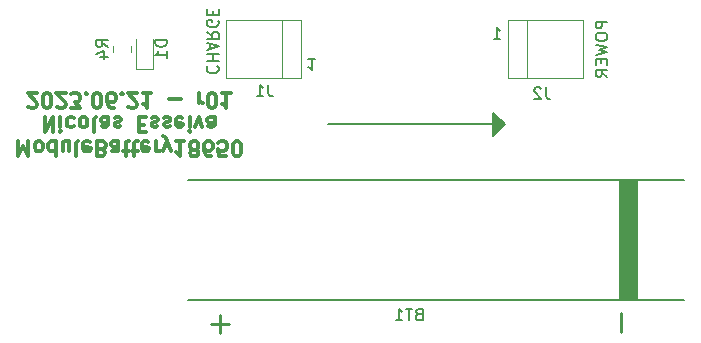
<source format=gbr>
%TF.GenerationSoftware,KiCad,Pcbnew,(6.0.9)*%
%TF.CreationDate,2023-07-03T10:30:08+02:00*%
%TF.ProjectId,ModuleBattery18650,4d6f6475-6c65-4426-9174-746572793138,rev?*%
%TF.SameCoordinates,Original*%
%TF.FileFunction,Legend,Bot*%
%TF.FilePolarity,Positive*%
%FSLAX46Y46*%
G04 Gerber Fmt 4.6, Leading zero omitted, Abs format (unit mm)*
G04 Created by KiCad (PCBNEW (6.0.9)) date 2023-07-03 10:30:08*
%MOMM*%
%LPD*%
G01*
G04 APERTURE LIST*
%ADD10C,0.150000*%
%ADD11C,0.300000*%
%ADD12C,0.250000*%
%ADD13C,0.120000*%
%ADD14C,0.100000*%
G04 APERTURE END LIST*
D10*
G36*
X157500000Y-108000000D02*
G01*
X156500000Y-109000000D01*
X156500000Y-107000000D01*
X157500000Y-108000000D01*
G37*
X157500000Y-108000000D02*
X156500000Y-109000000D01*
X156500000Y-107000000D01*
X157500000Y-108000000D01*
X142500000Y-108000000D02*
X157500000Y-108000000D01*
X166187380Y-99290476D02*
X165187380Y-99290476D01*
X165187380Y-99671428D01*
X165235000Y-99766666D01*
X165282619Y-99814285D01*
X165377857Y-99861904D01*
X165520714Y-99861904D01*
X165615952Y-99814285D01*
X165663571Y-99766666D01*
X165711190Y-99671428D01*
X165711190Y-99290476D01*
X165187380Y-100480952D02*
X165187380Y-100671428D01*
X165235000Y-100766666D01*
X165330238Y-100861904D01*
X165520714Y-100909523D01*
X165854047Y-100909523D01*
X166044523Y-100861904D01*
X166139761Y-100766666D01*
X166187380Y-100671428D01*
X166187380Y-100480952D01*
X166139761Y-100385714D01*
X166044523Y-100290476D01*
X165854047Y-100242857D01*
X165520714Y-100242857D01*
X165330238Y-100290476D01*
X165235000Y-100385714D01*
X165187380Y-100480952D01*
X165187380Y-101242857D02*
X166187380Y-101480952D01*
X165473095Y-101671428D01*
X166187380Y-101861904D01*
X165187380Y-102100000D01*
X165663571Y-102480952D02*
X165663571Y-102814285D01*
X166187380Y-102957142D02*
X166187380Y-102480952D01*
X165187380Y-102480952D01*
X165187380Y-102957142D01*
X166187380Y-103957142D02*
X165711190Y-103623809D01*
X166187380Y-103385714D02*
X165187380Y-103385714D01*
X165187380Y-103766666D01*
X165235000Y-103861904D01*
X165282619Y-103909523D01*
X165377857Y-103957142D01*
X165520714Y-103957142D01*
X165615952Y-103909523D01*
X165663571Y-103861904D01*
X165711190Y-103766666D01*
X165711190Y-103385714D01*
D11*
X116325952Y-109420176D02*
X116325952Y-110690176D01*
X116749285Y-109783033D01*
X117172619Y-110690176D01*
X117172619Y-109420176D01*
X117958809Y-109420176D02*
X117837857Y-109480652D01*
X117777380Y-109541128D01*
X117716904Y-109662080D01*
X117716904Y-110024938D01*
X117777380Y-110145890D01*
X117837857Y-110206366D01*
X117958809Y-110266842D01*
X118140238Y-110266842D01*
X118261190Y-110206366D01*
X118321666Y-110145890D01*
X118382142Y-110024938D01*
X118382142Y-109662080D01*
X118321666Y-109541128D01*
X118261190Y-109480652D01*
X118140238Y-109420176D01*
X117958809Y-109420176D01*
X119470714Y-109420176D02*
X119470714Y-110690176D01*
X119470714Y-109480652D02*
X119349761Y-109420176D01*
X119107857Y-109420176D01*
X118986904Y-109480652D01*
X118926428Y-109541128D01*
X118865952Y-109662080D01*
X118865952Y-110024938D01*
X118926428Y-110145890D01*
X118986904Y-110206366D01*
X119107857Y-110266842D01*
X119349761Y-110266842D01*
X119470714Y-110206366D01*
X120619761Y-110266842D02*
X120619761Y-109420176D01*
X120075476Y-110266842D02*
X120075476Y-109601604D01*
X120135952Y-109480652D01*
X120256904Y-109420176D01*
X120438333Y-109420176D01*
X120559285Y-109480652D01*
X120619761Y-109541128D01*
X121405952Y-109420176D02*
X121285000Y-109480652D01*
X121224523Y-109601604D01*
X121224523Y-110690176D01*
X122373571Y-109480652D02*
X122252619Y-109420176D01*
X122010714Y-109420176D01*
X121889761Y-109480652D01*
X121829285Y-109601604D01*
X121829285Y-110085414D01*
X121889761Y-110206366D01*
X122010714Y-110266842D01*
X122252619Y-110266842D01*
X122373571Y-110206366D01*
X122434047Y-110085414D01*
X122434047Y-109964461D01*
X121829285Y-109843509D01*
X123401666Y-110085414D02*
X123583095Y-110024938D01*
X123643571Y-109964461D01*
X123704047Y-109843509D01*
X123704047Y-109662080D01*
X123643571Y-109541128D01*
X123583095Y-109480652D01*
X123462142Y-109420176D01*
X122978333Y-109420176D01*
X122978333Y-110690176D01*
X123401666Y-110690176D01*
X123522619Y-110629700D01*
X123583095Y-110569223D01*
X123643571Y-110448271D01*
X123643571Y-110327319D01*
X123583095Y-110206366D01*
X123522619Y-110145890D01*
X123401666Y-110085414D01*
X122978333Y-110085414D01*
X124792619Y-109420176D02*
X124792619Y-110085414D01*
X124732142Y-110206366D01*
X124611190Y-110266842D01*
X124369285Y-110266842D01*
X124248333Y-110206366D01*
X124792619Y-109480652D02*
X124671666Y-109420176D01*
X124369285Y-109420176D01*
X124248333Y-109480652D01*
X124187857Y-109601604D01*
X124187857Y-109722557D01*
X124248333Y-109843509D01*
X124369285Y-109903985D01*
X124671666Y-109903985D01*
X124792619Y-109964461D01*
X125215952Y-110266842D02*
X125699761Y-110266842D01*
X125397380Y-110690176D02*
X125397380Y-109601604D01*
X125457857Y-109480652D01*
X125578809Y-109420176D01*
X125699761Y-109420176D01*
X125941666Y-110266842D02*
X126425476Y-110266842D01*
X126123095Y-110690176D02*
X126123095Y-109601604D01*
X126183571Y-109480652D01*
X126304523Y-109420176D01*
X126425476Y-109420176D01*
X127332619Y-109480652D02*
X127211666Y-109420176D01*
X126969761Y-109420176D01*
X126848809Y-109480652D01*
X126788333Y-109601604D01*
X126788333Y-110085414D01*
X126848809Y-110206366D01*
X126969761Y-110266842D01*
X127211666Y-110266842D01*
X127332619Y-110206366D01*
X127393095Y-110085414D01*
X127393095Y-109964461D01*
X126788333Y-109843509D01*
X127937380Y-109420176D02*
X127937380Y-110266842D01*
X127937380Y-110024938D02*
X127997857Y-110145890D01*
X128058333Y-110206366D01*
X128179285Y-110266842D01*
X128300238Y-110266842D01*
X128602619Y-110266842D02*
X128905000Y-109420176D01*
X129207380Y-110266842D02*
X128905000Y-109420176D01*
X128784047Y-109117795D01*
X128723571Y-109057319D01*
X128602619Y-108996842D01*
X130356428Y-109420176D02*
X129630714Y-109420176D01*
X129993571Y-109420176D02*
X129993571Y-110690176D01*
X129872619Y-110508747D01*
X129751666Y-110387795D01*
X129630714Y-110327319D01*
X131082142Y-110145890D02*
X130961190Y-110206366D01*
X130900714Y-110266842D01*
X130840238Y-110387795D01*
X130840238Y-110448271D01*
X130900714Y-110569223D01*
X130961190Y-110629700D01*
X131082142Y-110690176D01*
X131324047Y-110690176D01*
X131445000Y-110629700D01*
X131505476Y-110569223D01*
X131565952Y-110448271D01*
X131565952Y-110387795D01*
X131505476Y-110266842D01*
X131445000Y-110206366D01*
X131324047Y-110145890D01*
X131082142Y-110145890D01*
X130961190Y-110085414D01*
X130900714Y-110024938D01*
X130840238Y-109903985D01*
X130840238Y-109662080D01*
X130900714Y-109541128D01*
X130961190Y-109480652D01*
X131082142Y-109420176D01*
X131324047Y-109420176D01*
X131445000Y-109480652D01*
X131505476Y-109541128D01*
X131565952Y-109662080D01*
X131565952Y-109903985D01*
X131505476Y-110024938D01*
X131445000Y-110085414D01*
X131324047Y-110145890D01*
X132654523Y-110690176D02*
X132412619Y-110690176D01*
X132291666Y-110629700D01*
X132231190Y-110569223D01*
X132110238Y-110387795D01*
X132049761Y-110145890D01*
X132049761Y-109662080D01*
X132110238Y-109541128D01*
X132170714Y-109480652D01*
X132291666Y-109420176D01*
X132533571Y-109420176D01*
X132654523Y-109480652D01*
X132715000Y-109541128D01*
X132775476Y-109662080D01*
X132775476Y-109964461D01*
X132715000Y-110085414D01*
X132654523Y-110145890D01*
X132533571Y-110206366D01*
X132291666Y-110206366D01*
X132170714Y-110145890D01*
X132110238Y-110085414D01*
X132049761Y-109964461D01*
X133924523Y-110690176D02*
X133319761Y-110690176D01*
X133259285Y-110085414D01*
X133319761Y-110145890D01*
X133440714Y-110206366D01*
X133743095Y-110206366D01*
X133864047Y-110145890D01*
X133924523Y-110085414D01*
X133985000Y-109964461D01*
X133985000Y-109662080D01*
X133924523Y-109541128D01*
X133864047Y-109480652D01*
X133743095Y-109420176D01*
X133440714Y-109420176D01*
X133319761Y-109480652D01*
X133259285Y-109541128D01*
X134771190Y-110690176D02*
X134892142Y-110690176D01*
X135013095Y-110629700D01*
X135073571Y-110569223D01*
X135134047Y-110448271D01*
X135194523Y-110206366D01*
X135194523Y-109903985D01*
X135134047Y-109662080D01*
X135073571Y-109541128D01*
X135013095Y-109480652D01*
X134892142Y-109420176D01*
X134771190Y-109420176D01*
X134650238Y-109480652D01*
X134589761Y-109541128D01*
X134529285Y-109662080D01*
X134468809Y-109903985D01*
X134468809Y-110206366D01*
X134529285Y-110448271D01*
X134589761Y-110569223D01*
X134650238Y-110629700D01*
X134771190Y-110690176D01*
X118533333Y-107375476D02*
X118533333Y-108645476D01*
X119259047Y-107375476D01*
X119259047Y-108645476D01*
X119863809Y-107375476D02*
X119863809Y-108222142D01*
X119863809Y-108645476D02*
X119803333Y-108585000D01*
X119863809Y-108524523D01*
X119924285Y-108585000D01*
X119863809Y-108645476D01*
X119863809Y-108524523D01*
X121012857Y-107435952D02*
X120891904Y-107375476D01*
X120650000Y-107375476D01*
X120529047Y-107435952D01*
X120468571Y-107496428D01*
X120408095Y-107617380D01*
X120408095Y-107980238D01*
X120468571Y-108101190D01*
X120529047Y-108161666D01*
X120650000Y-108222142D01*
X120891904Y-108222142D01*
X121012857Y-108161666D01*
X121738571Y-107375476D02*
X121617619Y-107435952D01*
X121557142Y-107496428D01*
X121496666Y-107617380D01*
X121496666Y-107980238D01*
X121557142Y-108101190D01*
X121617619Y-108161666D01*
X121738571Y-108222142D01*
X121920000Y-108222142D01*
X122040952Y-108161666D01*
X122101428Y-108101190D01*
X122161904Y-107980238D01*
X122161904Y-107617380D01*
X122101428Y-107496428D01*
X122040952Y-107435952D01*
X121920000Y-107375476D01*
X121738571Y-107375476D01*
X122887619Y-107375476D02*
X122766666Y-107435952D01*
X122706190Y-107556904D01*
X122706190Y-108645476D01*
X123915714Y-107375476D02*
X123915714Y-108040714D01*
X123855238Y-108161666D01*
X123734285Y-108222142D01*
X123492380Y-108222142D01*
X123371428Y-108161666D01*
X123915714Y-107435952D02*
X123794761Y-107375476D01*
X123492380Y-107375476D01*
X123371428Y-107435952D01*
X123310952Y-107556904D01*
X123310952Y-107677857D01*
X123371428Y-107798809D01*
X123492380Y-107859285D01*
X123794761Y-107859285D01*
X123915714Y-107919761D01*
X124460000Y-107435952D02*
X124580952Y-107375476D01*
X124822857Y-107375476D01*
X124943809Y-107435952D01*
X125004285Y-107556904D01*
X125004285Y-107617380D01*
X124943809Y-107738333D01*
X124822857Y-107798809D01*
X124641428Y-107798809D01*
X124520476Y-107859285D01*
X124460000Y-107980238D01*
X124460000Y-108040714D01*
X124520476Y-108161666D01*
X124641428Y-108222142D01*
X124822857Y-108222142D01*
X124943809Y-108161666D01*
X126516190Y-108040714D02*
X126939523Y-108040714D01*
X127120952Y-107375476D02*
X126516190Y-107375476D01*
X126516190Y-108645476D01*
X127120952Y-108645476D01*
X127604761Y-107435952D02*
X127725714Y-107375476D01*
X127967619Y-107375476D01*
X128088571Y-107435952D01*
X128149047Y-107556904D01*
X128149047Y-107617380D01*
X128088571Y-107738333D01*
X127967619Y-107798809D01*
X127786190Y-107798809D01*
X127665238Y-107859285D01*
X127604761Y-107980238D01*
X127604761Y-108040714D01*
X127665238Y-108161666D01*
X127786190Y-108222142D01*
X127967619Y-108222142D01*
X128088571Y-108161666D01*
X128632857Y-107435952D02*
X128753809Y-107375476D01*
X128995714Y-107375476D01*
X129116666Y-107435952D01*
X129177142Y-107556904D01*
X129177142Y-107617380D01*
X129116666Y-107738333D01*
X128995714Y-107798809D01*
X128814285Y-107798809D01*
X128693333Y-107859285D01*
X128632857Y-107980238D01*
X128632857Y-108040714D01*
X128693333Y-108161666D01*
X128814285Y-108222142D01*
X128995714Y-108222142D01*
X129116666Y-108161666D01*
X130205238Y-107435952D02*
X130084285Y-107375476D01*
X129842380Y-107375476D01*
X129721428Y-107435952D01*
X129660952Y-107556904D01*
X129660952Y-108040714D01*
X129721428Y-108161666D01*
X129842380Y-108222142D01*
X130084285Y-108222142D01*
X130205238Y-108161666D01*
X130265714Y-108040714D01*
X130265714Y-107919761D01*
X129660952Y-107798809D01*
X130810000Y-107375476D02*
X130810000Y-108222142D01*
X130810000Y-108645476D02*
X130749523Y-108585000D01*
X130810000Y-108524523D01*
X130870476Y-108585000D01*
X130810000Y-108645476D01*
X130810000Y-108524523D01*
X131293809Y-108222142D02*
X131596190Y-107375476D01*
X131898571Y-108222142D01*
X132926666Y-107375476D02*
X132926666Y-108040714D01*
X132866190Y-108161666D01*
X132745238Y-108222142D01*
X132503333Y-108222142D01*
X132382380Y-108161666D01*
X132926666Y-107435952D02*
X132805714Y-107375476D01*
X132503333Y-107375476D01*
X132382380Y-107435952D01*
X132321904Y-107556904D01*
X132321904Y-107677857D01*
X132382380Y-107798809D01*
X132503333Y-107859285D01*
X132805714Y-107859285D01*
X132926666Y-107919761D01*
X117172619Y-106479823D02*
X117233095Y-106540300D01*
X117354047Y-106600776D01*
X117656428Y-106600776D01*
X117777380Y-106540300D01*
X117837857Y-106479823D01*
X117898333Y-106358871D01*
X117898333Y-106237919D01*
X117837857Y-106056490D01*
X117112142Y-105330776D01*
X117898333Y-105330776D01*
X118684523Y-106600776D02*
X118805476Y-106600776D01*
X118926428Y-106540300D01*
X118986904Y-106479823D01*
X119047380Y-106358871D01*
X119107857Y-106116966D01*
X119107857Y-105814585D01*
X119047380Y-105572680D01*
X118986904Y-105451728D01*
X118926428Y-105391252D01*
X118805476Y-105330776D01*
X118684523Y-105330776D01*
X118563571Y-105391252D01*
X118503095Y-105451728D01*
X118442619Y-105572680D01*
X118382142Y-105814585D01*
X118382142Y-106116966D01*
X118442619Y-106358871D01*
X118503095Y-106479823D01*
X118563571Y-106540300D01*
X118684523Y-106600776D01*
X119591666Y-106479823D02*
X119652142Y-106540300D01*
X119773095Y-106600776D01*
X120075476Y-106600776D01*
X120196428Y-106540300D01*
X120256904Y-106479823D01*
X120317380Y-106358871D01*
X120317380Y-106237919D01*
X120256904Y-106056490D01*
X119531190Y-105330776D01*
X120317380Y-105330776D01*
X120740714Y-106600776D02*
X121526904Y-106600776D01*
X121103571Y-106116966D01*
X121285000Y-106116966D01*
X121405952Y-106056490D01*
X121466428Y-105996014D01*
X121526904Y-105875061D01*
X121526904Y-105572680D01*
X121466428Y-105451728D01*
X121405952Y-105391252D01*
X121285000Y-105330776D01*
X120922142Y-105330776D01*
X120801190Y-105391252D01*
X120740714Y-105451728D01*
X122071190Y-105451728D02*
X122131666Y-105391252D01*
X122071190Y-105330776D01*
X122010714Y-105391252D01*
X122071190Y-105451728D01*
X122071190Y-105330776D01*
X122917857Y-106600776D02*
X123038809Y-106600776D01*
X123159761Y-106540300D01*
X123220238Y-106479823D01*
X123280714Y-106358871D01*
X123341190Y-106116966D01*
X123341190Y-105814585D01*
X123280714Y-105572680D01*
X123220238Y-105451728D01*
X123159761Y-105391252D01*
X123038809Y-105330776D01*
X122917857Y-105330776D01*
X122796904Y-105391252D01*
X122736428Y-105451728D01*
X122675952Y-105572680D01*
X122615476Y-105814585D01*
X122615476Y-106116966D01*
X122675952Y-106358871D01*
X122736428Y-106479823D01*
X122796904Y-106540300D01*
X122917857Y-106600776D01*
X124429761Y-106600776D02*
X124187857Y-106600776D01*
X124066904Y-106540300D01*
X124006428Y-106479823D01*
X123885476Y-106298395D01*
X123825000Y-106056490D01*
X123825000Y-105572680D01*
X123885476Y-105451728D01*
X123945952Y-105391252D01*
X124066904Y-105330776D01*
X124308809Y-105330776D01*
X124429761Y-105391252D01*
X124490238Y-105451728D01*
X124550714Y-105572680D01*
X124550714Y-105875061D01*
X124490238Y-105996014D01*
X124429761Y-106056490D01*
X124308809Y-106116966D01*
X124066904Y-106116966D01*
X123945952Y-106056490D01*
X123885476Y-105996014D01*
X123825000Y-105875061D01*
X125095000Y-105451728D02*
X125155476Y-105391252D01*
X125095000Y-105330776D01*
X125034523Y-105391252D01*
X125095000Y-105451728D01*
X125095000Y-105330776D01*
X125639285Y-106479823D02*
X125699761Y-106540300D01*
X125820714Y-106600776D01*
X126123095Y-106600776D01*
X126244047Y-106540300D01*
X126304523Y-106479823D01*
X126365000Y-106358871D01*
X126365000Y-106237919D01*
X126304523Y-106056490D01*
X125578809Y-105330776D01*
X126365000Y-105330776D01*
X127574523Y-105330776D02*
X126848809Y-105330776D01*
X127211666Y-105330776D02*
X127211666Y-106600776D01*
X127090714Y-106419347D01*
X126969761Y-106298395D01*
X126848809Y-106237919D01*
X129086428Y-105814585D02*
X130054047Y-105814585D01*
X131626428Y-105330776D02*
X131626428Y-106177442D01*
X131626428Y-105935538D02*
X131686904Y-106056490D01*
X131747380Y-106116966D01*
X131868333Y-106177442D01*
X131989285Y-106177442D01*
X132654523Y-106600776D02*
X132775476Y-106600776D01*
X132896428Y-106540300D01*
X132956904Y-106479823D01*
X133017380Y-106358871D01*
X133077857Y-106116966D01*
X133077857Y-105814585D01*
X133017380Y-105572680D01*
X132956904Y-105451728D01*
X132896428Y-105391252D01*
X132775476Y-105330776D01*
X132654523Y-105330776D01*
X132533571Y-105391252D01*
X132473095Y-105451728D01*
X132412619Y-105572680D01*
X132352142Y-105814585D01*
X132352142Y-106116966D01*
X132412619Y-106358871D01*
X132473095Y-106479823D01*
X132533571Y-106540300D01*
X132654523Y-106600776D01*
X134287380Y-105330776D02*
X133561666Y-105330776D01*
X133924523Y-105330776D02*
X133924523Y-106600776D01*
X133803571Y-106419347D01*
X133682619Y-106298395D01*
X133561666Y-106237919D01*
D10*
X132357857Y-103060238D02*
X132310238Y-103107857D01*
X132262619Y-103250714D01*
X132262619Y-103345952D01*
X132310238Y-103488809D01*
X132405476Y-103584047D01*
X132500714Y-103631666D01*
X132691190Y-103679285D01*
X132834047Y-103679285D01*
X133024523Y-103631666D01*
X133119761Y-103584047D01*
X133215000Y-103488809D01*
X133262619Y-103345952D01*
X133262619Y-103250714D01*
X133215000Y-103107857D01*
X133167380Y-103060238D01*
X132262619Y-102631666D02*
X133262619Y-102631666D01*
X132786428Y-102631666D02*
X132786428Y-102060238D01*
X132262619Y-102060238D02*
X133262619Y-102060238D01*
X132548333Y-101631666D02*
X132548333Y-101155476D01*
X132262619Y-101726904D02*
X133262619Y-101393571D01*
X132262619Y-101060238D01*
X132262619Y-100155476D02*
X132738809Y-100488809D01*
X132262619Y-100726904D02*
X133262619Y-100726904D01*
X133262619Y-100345952D01*
X133215000Y-100250714D01*
X133167380Y-100203095D01*
X133072142Y-100155476D01*
X132929285Y-100155476D01*
X132834047Y-100203095D01*
X132786428Y-100250714D01*
X132738809Y-100345952D01*
X132738809Y-100726904D01*
X133215000Y-99203095D02*
X133262619Y-99298333D01*
X133262619Y-99441190D01*
X133215000Y-99584047D01*
X133119761Y-99679285D01*
X133024523Y-99726904D01*
X132834047Y-99774523D01*
X132691190Y-99774523D01*
X132500714Y-99726904D01*
X132405476Y-99679285D01*
X132310238Y-99584047D01*
X132262619Y-99441190D01*
X132262619Y-99345952D01*
X132310238Y-99203095D01*
X132357857Y-99155476D01*
X132691190Y-99155476D01*
X132691190Y-99345952D01*
X132786428Y-98726904D02*
X132786428Y-98393571D01*
X132262619Y-98250714D02*
X132262619Y-98726904D01*
X133262619Y-98726904D01*
X133262619Y-98250714D01*
%TO.C,J1*%
X137493333Y-104622380D02*
X137493333Y-105336666D01*
X137540952Y-105479523D01*
X137636190Y-105574761D01*
X137779047Y-105622380D01*
X137874285Y-105622380D01*
X136493333Y-105622380D02*
X137064761Y-105622380D01*
X136779047Y-105622380D02*
X136779047Y-104622380D01*
X136874285Y-104765238D01*
X136969523Y-104860476D01*
X137064761Y-104908095D01*
X141445714Y-102417619D02*
X140874285Y-102417619D01*
X141160000Y-102417619D02*
X141160000Y-103417619D01*
X141064761Y-103274761D01*
X140969523Y-103179523D01*
X140874285Y-103131904D01*
%TO.C,R4*%
X123897380Y-101433333D02*
X123421190Y-101100000D01*
X123897380Y-100861904D02*
X122897380Y-100861904D01*
X122897380Y-101242857D01*
X122945000Y-101338095D01*
X122992619Y-101385714D01*
X123087857Y-101433333D01*
X123230714Y-101433333D01*
X123325952Y-101385714D01*
X123373571Y-101338095D01*
X123421190Y-101242857D01*
X123421190Y-100861904D01*
X123230714Y-102290476D02*
X123897380Y-102290476D01*
X122849761Y-102052380D02*
X123564047Y-101814285D01*
X123564047Y-102433333D01*
%TO.C,J2*%
X160988333Y-104862380D02*
X160988333Y-105576666D01*
X161035952Y-105719523D01*
X161131190Y-105814761D01*
X161274047Y-105862380D01*
X161369285Y-105862380D01*
X160559761Y-104957619D02*
X160512142Y-104910000D01*
X160416904Y-104862380D01*
X160178809Y-104862380D01*
X160083571Y-104910000D01*
X160035952Y-104957619D01*
X159988333Y-105052857D01*
X159988333Y-105148095D01*
X160035952Y-105290952D01*
X160607380Y-105862380D01*
X159988333Y-105862380D01*
X156554285Y-100782380D02*
X157125714Y-100782380D01*
X156840000Y-100782380D02*
X156840000Y-99782380D01*
X156935238Y-99925238D01*
X157030476Y-100020476D01*
X157125714Y-100068095D01*
%TO.C,D1*%
X128882380Y-100861904D02*
X127882380Y-100861904D01*
X127882380Y-101100000D01*
X127930000Y-101242857D01*
X128025238Y-101338095D01*
X128120476Y-101385714D01*
X128310952Y-101433333D01*
X128453809Y-101433333D01*
X128644285Y-101385714D01*
X128739523Y-101338095D01*
X128834761Y-101242857D01*
X128882380Y-101100000D01*
X128882380Y-100861904D01*
X128882380Y-102385714D02*
X128882380Y-101814285D01*
X128882380Y-102100000D02*
X127882380Y-102100000D01*
X128025238Y-102004761D01*
X128120476Y-101909523D01*
X128168095Y-101814285D01*
%TO.C,BT1*%
X150205714Y-124058571D02*
X150062857Y-124106190D01*
X150015238Y-124153809D01*
X149967619Y-124249047D01*
X149967619Y-124391904D01*
X150015238Y-124487142D01*
X150062857Y-124534761D01*
X150158095Y-124582380D01*
X150539047Y-124582380D01*
X150539047Y-123582380D01*
X150205714Y-123582380D01*
X150110476Y-123630000D01*
X150062857Y-123677619D01*
X150015238Y-123772857D01*
X150015238Y-123868095D01*
X150062857Y-123963333D01*
X150110476Y-124010952D01*
X150205714Y-124058571D01*
X150539047Y-124058571D01*
X149681904Y-123582380D02*
X149110476Y-123582380D01*
X149396190Y-124582380D02*
X149396190Y-123582380D01*
X148253333Y-124582380D02*
X148824761Y-124582380D01*
X148539047Y-124582380D02*
X148539047Y-123582380D01*
X148634285Y-123725238D01*
X148729523Y-123820476D01*
X148824761Y-123868095D01*
D12*
X134144095Y-124910142D02*
X132595904Y-124910142D01*
X133370000Y-125684238D02*
X133370000Y-124136047D01*
X167345142Y-123990904D02*
X167345142Y-125539095D01*
D13*
%TO.C,J1*%
X133910000Y-99130000D02*
X140260000Y-99130000D01*
X133910000Y-99130000D02*
X133910000Y-104070000D01*
X138660000Y-104070000D02*
X138660000Y-99130000D01*
X133910000Y-104070000D02*
X140260000Y-104070000D01*
X140260000Y-104070000D02*
X140260000Y-99130000D01*
%TO.C,R4*%
X124360000Y-101372936D02*
X124360000Y-101827064D01*
X125830000Y-101372936D02*
X125830000Y-101827064D01*
%TO.C,J2*%
X159340000Y-99130000D02*
X159340000Y-104070000D01*
X164090000Y-104070000D02*
X157740000Y-104070000D01*
X164090000Y-99130000D02*
X157740000Y-99130000D01*
X164090000Y-104070000D02*
X164090000Y-99130000D01*
X157740000Y-99130000D02*
X157740000Y-104070000D01*
%TO.C,D1*%
X126265000Y-103260000D02*
X126265000Y-100800000D01*
X127735000Y-103260000D02*
X126265000Y-103260000D01*
X127735000Y-100800000D02*
X127735000Y-103260000D01*
D10*
%TO.C,BT1*%
X130660000Y-122860000D02*
X172650000Y-122860000D01*
X172650000Y-112700000D02*
X130660000Y-112700000D01*
G36*
X168724000Y-122860000D02*
G01*
X167200000Y-122860000D01*
X167200000Y-112700000D01*
X168724000Y-112700000D01*
X168724000Y-122860000D01*
G37*
D14*
X168724000Y-122860000D02*
X167200000Y-122860000D01*
X167200000Y-112700000D01*
X168724000Y-112700000D01*
X168724000Y-122860000D01*
%TD*%
M02*

</source>
